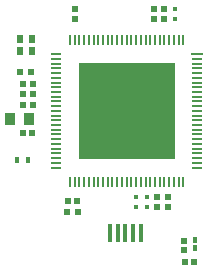
<source format=gbr>
%FSTAX25Y25*%
%MOIN*%
%SFA1B1*%

%IPPOS*%
%AMD46*
4,1,8,-0.019700,0.002000,-0.019700,-0.002000,-0.017700,-0.003900,0.017700,-0.003900,0.019700,-0.002000,0.019700,0.002000,0.017700,0.003900,-0.017700,0.003900,-0.019700,0.002000,0.0*
%
%ADD10R,0.017716X0.021654*%
%ADD18R,0.011811X0.019685*%
%ADD26R,0.020472X0.020472*%
%ADD27R,0.020472X0.020472*%
%ADD38R,0.017716X0.017716*%
%ADD39R,0.015748X0.059055*%
%ADD40R,0.035433X0.039370*%
%ADD41R,0.024409X0.024409*%
%ADD42R,0.021654X0.025591*%
%ADD43R,0.318898X0.318898*%
%ADD44O,0.007874X0.039370*%
%ADD45O,0.039370X0.007874*%
G04~CAMADD=46~4~0.0~0.0~78.7~393.7~0.0~19.7~0~0.0~0.0~0.0~0.0~0~0.0~0.0~0.0~0.0~0~0.0~0.0~0.0~90.0~394.0~78.0*
%ADD46D46*%
%LNdigit_paste_bot-1*%
%LPD*%
G54D10*
X0016732Y0044094D03*
X0013189D03*
G54D18*
X007244Y0014763D03*
Y0017519D03*
G54D26*
X0068925Y00101D03*
X0072074D03*
X0015157Y0066141D03*
X0018307D03*
X0015157Y0062598D03*
X0018307D03*
X001496Y0053149D03*
X001811D03*
X0029921Y0030708D03*
X003307D03*
X0015157Y00696D03*
X0018307D03*
G54D27*
X0068897Y0014173D03*
Y0017322D03*
X0032283Y0094488D03*
Y0091338D03*
X0063287Y002874D03*
Y0031889D03*
X0059842Y002874D03*
Y0031889D03*
X0058661Y0094488D03*
Y0091338D03*
X0062204Y0094488D03*
Y0091338D03*
G54D38*
X0056299Y0031889D03*
Y002874D03*
X0065748Y0091338D03*
Y0094488D03*
X0052755Y002874D03*
Y0031889D03*
G54D39*
X005433Y0019862D03*
X0051771D03*
X0049212D03*
X0046653D03*
X0044094D03*
G54D40*
X0010826Y0057874D03*
X0017125D03*
G54D41*
X0029724Y0026771D03*
X0033267D03*
X0014028Y00736D03*
X0017571D03*
G54D42*
X0014173Y0084645D03*
X001811D03*
X0014173Y0080708D03*
X001811D03*
G54D43*
X0049606Y0060629D03*
G54D44*
X0068503Y0084252D03*
X0066929D03*
X0065354D03*
X0063779D03*
X0062204D03*
X0060629D03*
X0059055D03*
X005748D03*
X0055905D03*
X005433D03*
X0052755D03*
X0051181D03*
X0049606D03*
X0048031D03*
X0046456D03*
X0044881D03*
X0043307D03*
X0041732D03*
X0040157D03*
X0038582D03*
X0037007D03*
X0035433D03*
X0033858D03*
X0032283D03*
X0030708D03*
Y0037007D03*
X0032283D03*
X0033858D03*
X0035433D03*
X0037007D03*
X0038582D03*
X0040157D03*
X0041732D03*
X0043307D03*
X0044881D03*
X0046456D03*
X0048031D03*
X0049606D03*
X0051181D03*
X0052755D03*
X005433D03*
X0055905D03*
X005748D03*
X0059055D03*
X0060629D03*
X0062204D03*
X0063779D03*
X0065354D03*
X0066929D03*
X0068503D03*
G54D45*
X0025984Y0079527D03*
Y0077952D03*
Y0076377D03*
Y0074803D03*
Y0073228D03*
Y0071653D03*
Y0070078D03*
Y0068503D03*
Y0066929D03*
Y0065354D03*
Y0063779D03*
Y0062204D03*
Y0060629D03*
Y0059055D03*
Y005748D03*
Y0055905D03*
Y005433D03*
Y0052755D03*
Y0051181D03*
Y0049606D03*
Y0048031D03*
Y0046456D03*
Y0044881D03*
Y0043307D03*
Y0041732D03*
X0073228D03*
Y0043307D03*
Y0044881D03*
Y0046456D03*
Y0048031D03*
Y0049606D03*
Y0051181D03*
Y0052755D03*
Y005433D03*
Y0055905D03*
Y005748D03*
Y0059055D03*
Y0060629D03*
Y0062204D03*
Y0063779D03*
Y0065354D03*
Y0066929D03*
Y0068503D03*
Y0070078D03*
Y0071653D03*
Y0073228D03*
Y0074803D03*
Y0076377D03*
Y0077952D03*
G54D46*
X0073228Y0079527D03*
M02*
</source>
